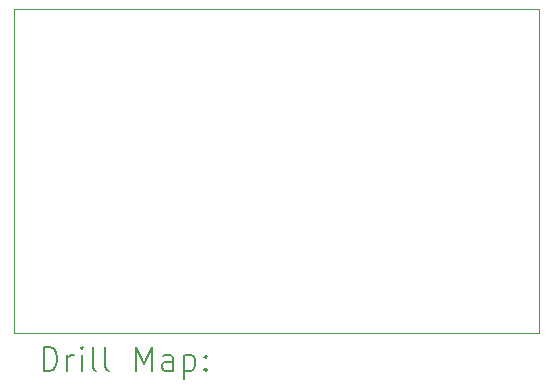
<source format=gbr>
%TF.GenerationSoftware,KiCad,Pcbnew,(6.0.9)*%
%TF.CreationDate,2023-03-23T20:52:22+01:00*%
%TF.ProjectId,EBS,4542532e-6b69-4636-9164-5f7063625858,rev?*%
%TF.SameCoordinates,Original*%
%TF.FileFunction,Drillmap*%
%TF.FilePolarity,Positive*%
%FSLAX45Y45*%
G04 Gerber Fmt 4.5, Leading zero omitted, Abs format (unit mm)*
G04 Created by KiCad (PCBNEW (6.0.9)) date 2023-03-23 20:52:22*
%MOMM*%
%LPD*%
G01*
G04 APERTURE LIST*
%ADD10C,0.100000*%
%ADD11C,0.200000*%
G04 APERTURE END LIST*
D10*
X10668000Y-9791700D02*
X15113000Y-9791700D01*
X15113000Y-9791700D02*
X15113000Y-7048500D01*
X15113000Y-7048500D02*
X10668000Y-7048500D01*
X10668000Y-7048500D02*
X10668000Y-9791700D01*
D11*
X10920619Y-10107176D02*
X10920619Y-9907176D01*
X10968238Y-9907176D01*
X10996810Y-9916700D01*
X11015857Y-9935748D01*
X11025381Y-9954795D01*
X11034905Y-9992890D01*
X11034905Y-10021462D01*
X11025381Y-10059557D01*
X11015857Y-10078605D01*
X10996810Y-10097652D01*
X10968238Y-10107176D01*
X10920619Y-10107176D01*
X11120619Y-10107176D02*
X11120619Y-9973843D01*
X11120619Y-10011938D02*
X11130143Y-9992890D01*
X11139667Y-9983367D01*
X11158714Y-9973843D01*
X11177762Y-9973843D01*
X11244428Y-10107176D02*
X11244428Y-9973843D01*
X11244428Y-9907176D02*
X11234905Y-9916700D01*
X11244428Y-9926224D01*
X11253952Y-9916700D01*
X11244428Y-9907176D01*
X11244428Y-9926224D01*
X11368238Y-10107176D02*
X11349190Y-10097652D01*
X11339667Y-10078605D01*
X11339667Y-9907176D01*
X11473000Y-10107176D02*
X11453952Y-10097652D01*
X11444428Y-10078605D01*
X11444428Y-9907176D01*
X11701571Y-10107176D02*
X11701571Y-9907176D01*
X11768238Y-10050033D01*
X11834905Y-9907176D01*
X11834905Y-10107176D01*
X12015857Y-10107176D02*
X12015857Y-10002414D01*
X12006333Y-9983367D01*
X11987286Y-9973843D01*
X11949190Y-9973843D01*
X11930143Y-9983367D01*
X12015857Y-10097652D02*
X11996809Y-10107176D01*
X11949190Y-10107176D01*
X11930143Y-10097652D01*
X11920619Y-10078605D01*
X11920619Y-10059557D01*
X11930143Y-10040510D01*
X11949190Y-10030986D01*
X11996809Y-10030986D01*
X12015857Y-10021462D01*
X12111095Y-9973843D02*
X12111095Y-10173843D01*
X12111095Y-9983367D02*
X12130143Y-9973843D01*
X12168238Y-9973843D01*
X12187286Y-9983367D01*
X12196809Y-9992890D01*
X12206333Y-10011938D01*
X12206333Y-10069081D01*
X12196809Y-10088129D01*
X12187286Y-10097652D01*
X12168238Y-10107176D01*
X12130143Y-10107176D01*
X12111095Y-10097652D01*
X12292048Y-10088129D02*
X12301571Y-10097652D01*
X12292048Y-10107176D01*
X12282524Y-10097652D01*
X12292048Y-10088129D01*
X12292048Y-10107176D01*
X12292048Y-9983367D02*
X12301571Y-9992890D01*
X12292048Y-10002414D01*
X12282524Y-9992890D01*
X12292048Y-9983367D01*
X12292048Y-10002414D01*
M02*

</source>
